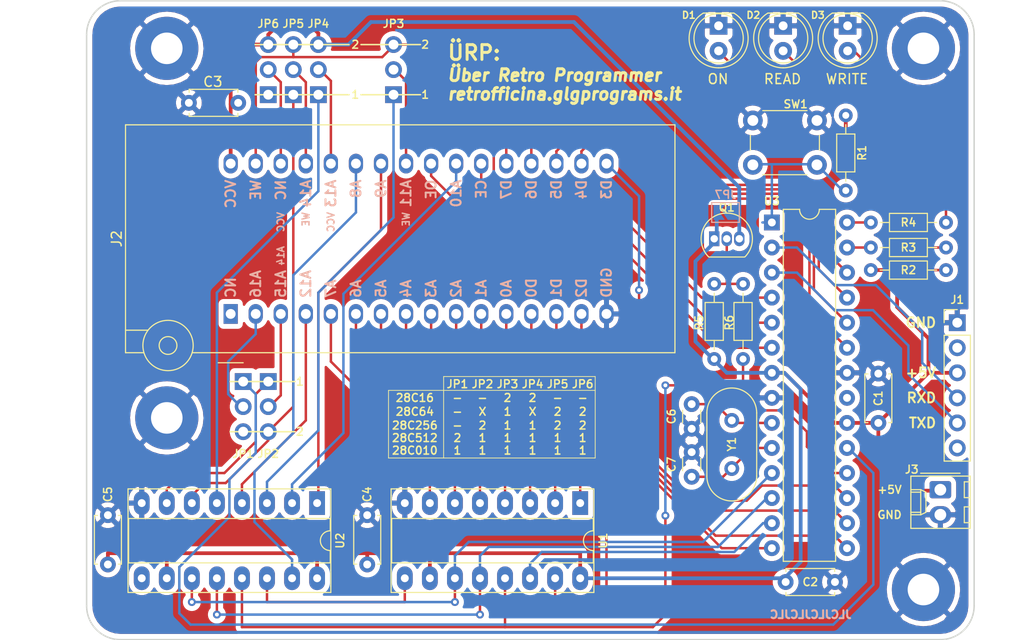
<source format=kicad_pcb>
(kicad_pcb (version 20171130) (host pcbnew 5.1.9)
  (layers (0 F.Cu signal) (31 B.Cu signal) (34 B.Paste user) (35 F.Paste user) (36 B.SilkS user) (37 F.SilkS user) (38 B.Mask user) (39 F.Mask user) (44 Edge.Cuts user))
  (net 0 "")
  (net 1 +5V)
  (net 2 GND)
  (net 3 /a0)
  (net 4 /a7)
  (net 5 /a6)
  (net 6 /a5)
  (net 7 /a4)
  (net 8 /a3)
  (net 9 /a2)
  (net 10 /a1)
  (net 11 /a8)
  (net 12 /a15)
  (net 13 /a14)
  (net 14 /a13)
  (net 15 /a12)
  (net 16 /a11)
  (net 17 /a10)
  (net 18 /a9)
  (net 19 /~OE)
  (net 20 /~CE)
  (net 21 /d7)
  (net 22 /d6)
  (net 23 /d5)
  (net 24 /d4)
  (net 25 /d3)
  (net 26 /d2)
  (net 27 /d1)
  (net 28 /d0)
  (net 29 /~RESET)
  (net 30 /TXD)
  (net 31 /RXD)
  (net 32 /SET)
  (net 33 /LATCH)
  (net 34 /SHIFT)
  (net 35 /a13')
  (net 36 /a14')
  (net 37 /a16')
  (net 38 /a16)
  (net 39 /a15')
  (net 40 /XTAL1)
  (net 41 /XTAL2)
  (net 42 /~WE)
  (net 43 /PowerControl)
  (net 44 "Net-(JP1-Pad3)")
  (net 45 /a11')
  (net 46 /NC')
  (net 47 "Net-(JP6-Pad1)")
  (net 48 "Net-(U1-Pad9)")
  (net 49 "Net-(U2-Pad9)")
  (net 50 "Net-(U3-Pad21)")
  (net 51 /LEDA)
  (net 52 /LEDB)
  (net 53 "Net-(D1-Pad2)")
  (net 54 "Net-(D2-Pad2)")
  (net 55 "Net-(D3-Pad2)")
  (net 56 "Net-(J1-Pad6)")
  (net 57 "Net-(J1-Pad2)")
  (net 58 "Net-(J2-Pad1)")
  (net 59 /VCC)
  (net 60 "Net-(Q1-Pad2)")
  (module Connector_Molex:Molex_KK-254_AE-6410-02A_1x02_P2.54mm_Vertical (layer F.Cu) (at 141.55 129.8 270)
    (fp_text reference J3 (at -2.05 2.9 180) (layer F.SilkS) (effects (font (size 0.8 0.8))))
    (fp_text value Conn_01x02_Male)
    (fp_text user +5V (at 0 5.15) (layer F.SilkS) (effects (font (size 0.8 0.8))))
    (fp_text user GND (at 2.55 5.15) (layer F.SilkS) (effects (font (size 0.8 0.8))))
    (pad 2 thru_hole oval (at 2.54 0 270) (size 1.74 2.19) (drill 1.19) (layers *.Cu *.Mask) (net 2 GND))
    (pad 1 thru_hole roundrect (at 0 0 270) (size 1.74 2.19) (drill 1.19) (layers *.Cu *.Mask) (roundrect_rratio 0.143678) (net 1 +5V))
  )
  (module Resistor_THT:R_Axial_DIN0204_L3.6mm_D1.6mm_P7.62mm_Horizontal (layer F.Cu) (at 121.548 116.552 90)
    (fp_text reference R6 (at 3.683 -1.397 90) (layer F.SilkS) (effects (font (size 0.8 0.8))))
    (fp_text value R)
    (pad 2 thru_hole oval (at 7.62 0 90) (size 1.4 1.4) (drill 0.7) (layers *.Cu *.Mask) (net 60 "Net-(Q1-Pad2)"))
    (pad 1 thru_hole circle (at 0 0 90) (size 1.4 1.4) (drill 0.7) (layers *.Cu *.Mask) (net 43 /PowerControl))
  )
  (module Resistor_THT:R_Axial_DIN0204_L3.6mm_D1.6mm_P7.62mm_Horizontal (layer F.Cu) (at 118.627 108.932 270)
    (fp_text reference R5 (at 3.937 1.524 90) (layer F.SilkS) (effects (font (size 0.8 0.8))))
    (fp_text value R)
    (pad 2 thru_hole oval (at 7.62 0 270) (size 1.4 1.4) (drill 0.7) (layers *.Cu *.Mask) (net 1 +5V))
    (pad 1 thru_hole circle (at 0 0 270) (size 1.4 1.4) (drill 0.7) (layers *.Cu *.Mask) (net 60 "Net-(Q1-Pad2)"))
  )
  (module Package_TO_SOT_THT:TO-92_Inline (layer F.Cu) (at 118.627 104.36)
    (fp_text reference Q1 (at 1.27 -3.175) (layer F.SilkS) (effects (font (size 0.8 0.8))))
    (fp_text value Q_PMOS_SGD)
    (pad 1 thru_hole rect (at 0 0) (size 1.05 1.5) (drill 0.75) (layers *.Cu *.Mask) (net 1 +5V))
    (pad 3 thru_hole oval (at 2.54 0) (size 1.05 1.5) (drill 0.75) (layers *.Cu *.Mask) (net 59 /VCC))
    (pad 2 thru_hole oval (at 1.27 0) (size 1.05 1.5) (drill 0.75) (layers *.Cu *.Mask) (net 60 "Net-(Q1-Pad2)"))
  )
  (module Jumper:SolderJumper-2_P1.3mm_Open_TrianglePad1.0x1.5mm (layer B.Cu) (at 119.77 101.693 180)
    (fp_text reference JP7 (at 0 1.8) (layer B.SilkS) (effects (font (size 0.8 0.8)) (justify mirror)))
    (fp_text value Jumper)
    (pad 1 smd custom (at -0.725 0 180) (size 0.3 0.3) (layers B.Cu B.Mask) (net 59 /VCC) (options (clearance outline) (anchor rect)) (primitives (gr_poly (pts (xy -0.5 0.75) (xy 0.5 0.75) (xy 1 0) (xy 0.5 -0.75) (xy -0.5 -0.75)) (width 0))))
    (pad 2 smd custom (at 0.725 0 180) (size 0.3 0.3) (layers B.Cu B.Mask) (net 1 +5V) (options (clearance outline) (anchor rect)) (primitives (gr_poly (pts (xy -0.65 0.75) (xy 0.5 0.75) (xy 0.5 -0.75) (xy -0.65 -0.75) (xy -0.15 0)) (width 0))))
  )
  (module Capacitor_THT:C_Disc_D4.7mm_W2.5mm_P5.00mm (layer F.Cu) (at 70.367 90.5805 180)
    (fp_text reference C3 (at 2.567 2.1305) (layer F.SilkS))
    (fp_text value 100n)
    (pad 2 thru_hole circle (at 5 0 180) (size 1.6 1.6) (drill 0.8) (layers *.Cu *.Mask) (net 2 GND))
    (pad 1 thru_hole circle (at 0 0 180) (size 1.6 1.6) (drill 0.8) (layers *.Cu *.Mask) (net 59 /VCC))
  )
  (module Resistor_THT:R_Axial_DIN0204_L3.6mm_D1.6mm_P7.62mm_Horizontal (layer F.Cu) (at 142.122 107.535 180)
    (fp_text reference R2 (at 3.81 0) (layer F.SilkS) (effects (font (size 0.8 0.8))))
    (fp_text value R)
    (pad 2 thru_hole oval (at 7.62 0 180) (size 1.4 1.4) (drill 0.7) (layers *.Cu *.Mask) (net 1 +5V))
    (pad 1 thru_hole circle (at 0 0 180) (size 1.4 1.4) (drill 0.7) (layers *.Cu *.Mask) (net 53 "Net-(D1-Pad2)"))
  )
  (module LED_THT:LED_D5.0mm (layer F.Cu) (at 119.0715 82.77 270)
    (fp_text reference D1 (at -1.0795 3.025 180) (layer F.SilkS) (effects (font (size 0.7 0.7))))
    (fp_text value LED)
    (pad 2 thru_hole circle (at 2.54 0 270) (size 1.8 1.8) (drill 0.9) (layers *.Cu *.Mask) (net 53 "Net-(D1-Pad2)"))
    (pad 1 thru_hole rect (at 0 0 270) (size 1.8 1.8) (drill 0.9) (layers *.Cu *.Mask) (net 2 GND))
  )
  (module Resistor_THT:R_Axial_DIN0204_L3.6mm_D1.6mm_P7.62mm_Horizontal (layer F.Cu) (at 142.122 102.709 180)
    (fp_text reference R4 (at 3.81 0) (layer F.SilkS) (effects (font (size 0.8 0.8))))
    (fp_text value R)
    (pad 2 thru_hole oval (at 7.62 0 180) (size 1.4 1.4) (drill 0.7) (layers *.Cu *.Mask) (net 52 /LEDB))
    (pad 1 thru_hole circle (at 0 0 180) (size 1.4 1.4) (drill 0.7) (layers *.Cu *.Mask) (net 55 "Net-(D3-Pad2)"))
  )
  (module Resistor_THT:R_Axial_DIN0204_L3.6mm_D1.6mm_P7.62mm_Horizontal (layer F.Cu) (at 142.122 105.249 180)
    (fp_text reference R3 (at 3.81 0) (layer F.SilkS) (effects (font (size 0.8 0.8))))
    (fp_text value R)
    (pad 2 thru_hole oval (at 7.62 0 180) (size 1.4 1.4) (drill 0.7) (layers *.Cu *.Mask) (net 51 /LEDA))
    (pad 1 thru_hole circle (at 0 0 180) (size 1.4 1.4) (drill 0.7) (layers *.Cu *.Mask) (net 54 "Net-(D2-Pad2)"))
  )
  (module LED_THT:LED_D5.0mm (layer F.Cu) (at 132.1525 82.77 270)
    (fp_text reference D3 (at -1.0795 3.025 180) (layer F.SilkS) (effects (font (size 0.7 0.7))))
    (fp_text value LED)
    (pad 2 thru_hole circle (at 2.54 0 270) (size 1.8 1.8) (drill 0.9) (layers *.Cu *.Mask) (net 55 "Net-(D3-Pad2)"))
    (pad 1 thru_hole rect (at 0 0 270) (size 1.8 1.8) (drill 0.9) (layers *.Cu *.Mask) (net 2 GND))
  )
  (module LED_THT:LED_D5.0mm (layer F.Cu) (at 125.612 82.77 270)
    (fp_text reference D2 (at -1.0795 3.025 180) (layer F.SilkS) (effects (font (size 0.7 0.7))))
    (fp_text value LED)
    (pad 2 thru_hole circle (at 2.54 0 270) (size 1.8 1.8) (drill 0.9) (layers *.Cu *.Mask) (net 54 "Net-(D2-Pad2)"))
    (pad 1 thru_hole rect (at 0 0 270) (size 1.8 1.8) (drill 0.9) (layers *.Cu *.Mask) (net 2 GND))
  )
  (module BarePinStrip:PinHeader_1x03_P2.54mm_Vertical (layer F.Cu) (at 73.415 89.755 180)
    (fp_text reference JP6 (at 0 7.195) (layer F.SilkS) (effects (font (size 0.8 0.8))))
    (fp_text value SolderJumper_3_Bridged12)
    (pad 3 thru_hole oval (at 0 5.08 180) (size 1.7 1.7) (drill 1) (layers *.Cu *.Mask) (net 59 /VCC))
    (pad 2 thru_hole oval (at 0 2.54 180) (size 1.7 1.7) (drill 1) (layers *.Cu *.Mask) (net 46 /NC'))
    (pad 1 thru_hole rect (at 0 0 180) (size 1.7 1.7) (drill 1) (layers *.Cu *.Mask) (net 47 "Net-(JP6-Pad1)"))
  )
  (module BarePinStrip:PinHeader_1x03_P2.54mm_Vertical (layer F.Cu) (at 75.955 89.755 180)
    (fp_text reference JP5 (at 0 7.195) (layer F.SilkS) (effects (font (size 0.8 0.8))))
    (fp_text value SolderJumper_3_Bridged12)
    (pad 3 thru_hole oval (at 0 5.08 180) (size 1.7 1.7) (drill 1) (layers *.Cu *.Mask) (net 42 /~WE))
    (pad 2 thru_hole oval (at 0 2.54 180) (size 1.7 1.7) (drill 1) (layers *.Cu *.Mask) (net 36 /a14'))
    (pad 1 thru_hole rect (at 0 0 180) (size 1.7 1.7) (drill 1) (layers *.Cu *.Mask) (net 13 /a14))
  )
  (module BarePinStrip:PinHeader_1x03_P2.54mm_Vertical (layer F.Cu) (at 78.495 89.755 180)
    (fp_text reference JP4 (at 0 7.195) (layer F.SilkS) (effects (font (size 0.8 0.8))))
    (fp_text value SolderJumper_3_Bridged12)
    (pad 3 thru_hole oval (at 0 5.08 180) (size 1.7 1.7) (drill 1) (layers *.Cu *.Mask) (net 59 /VCC))
    (pad 2 thru_hole oval (at 0 2.54 180) (size 1.7 1.7) (drill 1) (layers *.Cu *.Mask) (net 35 /a13'))
    (pad 1 thru_hole rect (at 0 0 180) (size 1.7 1.7) (drill 1) (layers *.Cu *.Mask) (net 14 /a13))
  )
  (module BarePinStrip:PinHeader_1x03_P2.54mm_Vertical (layer F.Cu) (at 86.115 89.755 180)
    (fp_text reference JP3 (at 0 7.195) (layer F.SilkS) (effects (font (size 0.8 0.8))))
    (fp_text value SolderJumper_3_Bridged12)
    (pad 3 thru_hole oval (at 0 5.08 180) (size 1.7 1.7) (drill 1) (layers *.Cu *.Mask) (net 42 /~WE))
    (pad 2 thru_hole oval (at 0 2.54 180) (size 1.7 1.7) (drill 1) (layers *.Cu *.Mask) (net 45 /a11'))
    (pad 1 thru_hole rect (at 0 0 180) (size 1.7 1.7) (drill 1) (layers *.Cu *.Mask) (net 16 /a11))
  )
  (module BarePinStrip:PinHeader_1x03_P2.54mm_Vertical (layer F.Cu) (at 73.415 118.838)
    (fp_text reference JP2 (at 0 7.322) (layer F.SilkS) (effects (font (size 0.8 0.8))))
    (fp_text value SolderJumper_3_Bridged12)
    (pad 3 thru_hole oval (at 0 5.08) (size 1.7 1.7) (drill 1) (layers *.Cu *.Mask) (net 13 /a14))
    (pad 2 thru_hole oval (at 0 2.54) (size 1.7 1.7) (drill 1) (layers *.Cu *.Mask) (net 39 /a15'))
    (pad 1 thru_hole rect (at 0 0) (size 1.7 1.7) (drill 1) (layers *.Cu *.Mask) (net 12 /a15))
  )
  (module BarePinStrip:PinHeader_1x03_P2.54mm_Vertical (layer F.Cu) (at 70.875 118.838)
    (fp_text reference JP1 (at 0 7.322) (layer F.SilkS) (effects (font (size 0.8 0.8))))
    (fp_text value SolderJumper_3_Bridged12)
    (pad 3 thru_hole oval (at 0 5.08) (size 1.7 1.7) (drill 1) (layers *.Cu *.Mask) (net 44 "Net-(JP1-Pad3)"))
    (pad 2 thru_hole oval (at 0 2.54) (size 1.7 1.7) (drill 1) (layers *.Cu *.Mask) (net 37 /a16'))
    (pad 1 thru_hole rect (at 0 0) (size 1.7 1.7) (drill 1) (layers *.Cu *.Mask) (net 38 /a16))
  )
  (module Socket:DIP_Socket-32_W11.9_W12.7_W15.24_W17.78_W18.5_3M_232-1285-00-0602J (layer F.Cu) (at 69.605 111.98 90)
    (fp_text reference J2 (at 7.62 -11.56 90) (layer F.SilkS))
    (fp_text value Conn_02x16_Counter_Clockwise)
    (pad 17 thru_hole oval (at 15.24 38.1 90) (size 2 1.44) (drill 1) (layers *.Cu *.Mask) (net 25 /d3))
    (pad 16 thru_hole oval (at 0 38.1 90) (size 2 1.44) (drill 1) (layers *.Cu *.Mask) (net 2 GND))
    (pad 18 thru_hole oval (at 15.24 35.56 90) (size 2 1.44) (drill 1) (layers *.Cu *.Mask) (net 24 /d4))
    (pad 15 thru_hole oval (at 0 35.56 90) (size 2 1.44) (drill 1) (layers *.Cu *.Mask) (net 26 /d2))
    (pad 19 thru_hole oval (at 15.24 33.02 90) (size 2 1.44) (drill 1) (layers *.Cu *.Mask) (net 23 /d5))
    (pad 14 thru_hole oval (at 0 33.02 90) (size 2 1.44) (drill 1) (layers *.Cu *.Mask) (net 27 /d1))
    (pad 20 thru_hole oval (at 15.24 30.48 90) (size 2 1.44) (drill 1) (layers *.Cu *.Mask) (net 22 /d6))
    (pad 13 thru_hole oval (at 0 30.48 90) (size 2 1.44) (drill 1) (layers *.Cu *.Mask) (net 28 /d0))
    (pad 21 thru_hole oval (at 15.24 27.94 90) (size 2 1.44) (drill 1) (layers *.Cu *.Mask) (net 21 /d7))
    (pad 12 thru_hole oval (at 0 27.94 90) (size 2 1.44) (drill 1) (layers *.Cu *.Mask) (net 3 /a0))
    (pad 22 thru_hole oval (at 15.24 25.4 90) (size 2 1.44) (drill 1) (layers *.Cu *.Mask) (net 20 /~CE))
    (pad 11 thru_hole oval (at 0 25.4 90) (size 2 1.44) (drill 1) (layers *.Cu *.Mask) (net 10 /a1))
    (pad 23 thru_hole oval (at 15.24 22.86 90) (size 2 1.44) (drill 1) (layers *.Cu *.Mask) (net 17 /a10))
    (pad 10 thru_hole oval (at 0 22.86 90) (size 2 1.44) (drill 1) (layers *.Cu *.Mask) (net 9 /a2))
    (pad 24 thru_hole oval (at 15.24 20.32 90) (size 2 1.44) (drill 1) (layers *.Cu *.Mask) (net 19 /~OE))
    (pad 9 thru_hole oval (at 0 20.32 90) (size 2 1.44) (drill 1) (layers *.Cu *.Mask) (net 8 /a3))
    (pad 25 thru_hole oval (at 15.24 17.78 90) (size 2 1.44) (drill 1) (layers *.Cu *.Mask) (net 45 /a11'))
    (pad 8 thru_hole oval (at 0 17.78 90) (size 2 1.44) (drill 1) (layers *.Cu *.Mask) (net 7 /a4))
    (pad 26 thru_hole oval (at 15.24 15.24 90) (size 2 1.44) (drill 1) (layers *.Cu *.Mask) (net 18 /a9))
    (pad 7 thru_hole oval (at 0 15.24 90) (size 2 1.44) (drill 1) (layers *.Cu *.Mask) (net 6 /a5))
    (pad 27 thru_hole oval (at 15.24 12.7 90) (size 2 1.44) (drill 1) (layers *.Cu *.Mask) (net 11 /a8))
    (pad 6 thru_hole oval (at 0 12.7 90) (size 2 1.44) (drill 1) (layers *.Cu *.Mask) (net 5 /a6))
    (pad 28 thru_hole oval (at 15.24 10.16 90) (size 2 1.44) (drill 1) (layers *.Cu *.Mask) (net 35 /a13'))
    (pad 5 thru_hole oval (at 0 10.16 90) (size 2 1.44) (drill 1) (layers *.Cu *.Mask) (net 4 /a7))
    (pad 29 thru_hole oval (at 15.24 7.62 90) (size 2 1.44) (drill 1) (layers *.Cu *.Mask) (net 36 /a14'))
    (pad 4 thru_hole oval (at 0 7.62 90) (size 2 1.44) (drill 1) (layers *.Cu *.Mask) (net 15 /a12))
    (pad 30 thru_hole oval (at 15.24 5.08 90) (size 2 1.44) (drill 1) (layers *.Cu *.Mask) (net 46 /NC'))
    (pad 3 thru_hole oval (at 0 5.08 90) (size 2 1.44) (drill 1) (layers *.Cu *.Mask) (net 39 /a15'))
    (pad 31 thru_hole oval (at 15.24 2.54 90) (size 2 1.44) (drill 1) (layers *.Cu *.Mask) (net 42 /~WE))
    (pad 2 thru_hole oval (at 0 2.54 90) (size 2 1.44) (drill 1) (layers *.Cu *.Mask) (net 37 /a16'))
    (pad 32 thru_hole oval (at 15.24 0 90) (size 2 1.44) (drill 1) (layers *.Cu *.Mask) (net 59 /VCC))
    (pad 1 thru_hole rect (at 0 0 90) (size 2 1.44) (drill 1) (layers *.Cu *.Mask) (net 58 "Net-(J2-Pad1)"))
  )
  (module Resistor_THT:R_Axial_DIN0204_L3.6mm_D1.6mm_P7.62mm_Horizontal (layer F.Cu) (at 131.962 99.4705 90)
    (fp_text reference R1 (at 3.81 1.651 90) (layer F.SilkS) (effects (font (size 0.8 0.8))))
    (fp_text value 10k)
    (pad 2 thru_hole oval (at 7.62 0 90) (size 1.4 1.4) (drill 0.7) (layers *.Cu *.Mask) (net 1 +5V))
    (pad 1 thru_hole circle (at 0 0 90) (size 1.4 1.4) (drill 0.7) (layers *.Cu *.Mask) (net 29 /~RESET))
  )
  (module Crystal:Crystal_HC49-4H_Vertical (layer F.Cu) (at 120.405 122.775 270)
    (fp_text reference Y1 (at 2.413 0 90) (layer F.SilkS) (effects (font (size 0.8 0.8))))
    (fp_text value Crystal)
    (pad 2 thru_hole circle (at 4.88 0 270) (size 1.5 1.5) (drill 0.8) (layers *.Cu *.Mask) (net 41 /XTAL2))
    (pad 1 thru_hole circle (at 0 0 270) (size 1.5 1.5) (drill 0.8) (layers *.Cu *.Mask) (net 40 /XTAL1))
  )
  (module Capacitor_THT:C_Disc_D3.0mm_W1.6mm_P2.50mm (layer F.Cu) (at 116.341 128.49 90)
    (fp_text reference C7 (at 1.25 -2.05 90) (layer F.SilkS) (effects (font (size 0.8 0.8))))
    (fp_text value C)
    (pad 2 thru_hole circle (at 2.5 0 90) (size 1.6 1.6) (drill 0.8) (layers *.Cu *.Mask) (net 2 GND))
    (pad 1 thru_hole circle (at 0 0 90) (size 1.6 1.6) (drill 0.8) (layers *.Cu *.Mask) (net 41 /XTAL2))
  )
  (module Capacitor_THT:C_Disc_D3.0mm_W1.6mm_P2.50mm (layer F.Cu) (at 116.341 121.124 270)
    (fp_text reference C6 (at 1.25 2.05 90) (layer F.SilkS) (effects (font (size 0.8 0.8))))
    (fp_text value C)
    (pad 2 thru_hole circle (at 2.5 0 270) (size 1.6 1.6) (drill 0.8) (layers *.Cu *.Mask) (net 2 GND))
    (pad 1 thru_hole circle (at 0 0 270) (size 1.6 1.6) (drill 0.8) (layers *.Cu *.Mask) (net 40 /XTAL1))
  )
  (module Capacitor_THT:C_Disc_D4.7mm_W2.5mm_P5.00mm (layer F.Cu) (at 83.448 137.38 90)
    (fp_text reference C4 (at 7.112 0 90) (layer F.SilkS) (effects (font (size 0.8 0.8))))
    (fp_text value 100n)
    (pad 2 thru_hole circle (at 5 0 90) (size 1.6 1.6) (drill 0.8) (layers *.Cu *.Mask) (net 2 GND))
    (pad 1 thru_hole circle (at 0 0 90) (size 1.6 1.6) (drill 0.8) (layers *.Cu *.Mask) (net 1 +5V))
  )
  (module Capacitor_THT:C_Disc_D4.7mm_W2.5mm_P5.00mm (layer F.Cu) (at 125.866 139.158)
    (fp_text reference C2 (at 2.5 0) (layer F.SilkS) (effects (font (size 0.8 0.8))))
    (fp_text value 100n)
    (pad 2 thru_hole circle (at 5 0) (size 1.6 1.6) (drill 0.8) (layers *.Cu *.Mask) (net 2 GND))
    (pad 1 thru_hole circle (at 0 0) (size 1.6 1.6) (drill 0.8) (layers *.Cu *.Mask) (net 1 +5V))
  )
  (module Capacitor_THT:C_Disc_D4.7mm_W2.5mm_P5.00mm (layer F.Cu) (at 57.159 137.38 90)
    (fp_text reference C5 (at 7.112 0 90) (layer F.SilkS) (effects (font (size 0.8 0.8))))
    (fp_text value 100n)
    (pad 2 thru_hole circle (at 5 0 90) (size 1.6 1.6) (drill 0.8) (layers *.Cu *.Mask) (net 2 GND))
    (pad 1 thru_hole circle (at 0 0 90) (size 1.6 1.6) (drill 0.8) (layers *.Cu *.Mask) (net 1 +5V))
  )
  (module Capacitor_THT:C_Disc_D4.7mm_W2.5mm_P5.00mm (layer F.Cu) (at 135.264 123.029 90)
    (fp_text reference C1 (at 2.5 0 90) (layer F.SilkS) (effects (font (size 0.8 0.8))))
    (fp_text value 100n)
    (pad 2 thru_hole circle (at 5 0 90) (size 1.6 1.6) (drill 0.8) (layers *.Cu *.Mask) (net 2 GND))
    (pad 1 thru_hole circle (at 0 0 90) (size 1.6 1.6) (drill 0.8) (layers *.Cu *.Mask) (net 1 +5V))
  )
  (module Connector_PinHeader_2.54mm:PinHeader_1x06_P2.54mm_Vertical (layer F.Cu) (at 143.265 112.869)
    (fp_text reference J1 (at 0 -2.33) (layer F.SilkS) (effects (font (size 0.8 0.8))))
    (fp_text value Conn_01x06_Male)
    (pad 6 thru_hole oval (at 0 12.7) (size 1.7 1.7) (drill 1) (layers *.Cu *.Mask) (net 56 "Net-(J1-Pad6)"))
    (pad 5 thru_hole oval (at 0 10.16) (size 1.7 1.7) (drill 1) (layers *.Cu *.Mask) (net 30 /TXD))
    (pad 4 thru_hole oval (at 0 7.62) (size 1.7 1.7) (drill 1) (layers *.Cu *.Mask) (net 31 /RXD))
    (pad 3 thru_hole oval (at 0 5.08) (size 1.7 1.7) (drill 1) (layers *.Cu *.Mask) (net 1 +5V))
    (pad 2 thru_hole oval (at 0 2.54) (size 1.7 1.7) (drill 1) (layers *.Cu *.Mask) (net 57 "Net-(J1-Pad2)"))
    (pad 1 thru_hole rect (at 0 0) (size 1.7 1.7) (drill 1) (layers *.Cu *.Mask) (net 2 GND))
  )
  (module Button_Switch_THT:SW_PUSH_6mm_H4.3mm (layer F.Cu) (at 129.041 96.867 180)
    (fp_text reference SW1 (at 2.159 6.151) (layer F.SilkS) (effects (font (size 0.8 0.8))))
    (fp_text value SW_SPST)
    (pad 1 thru_hole circle (at 6.5 0 270) (size 2 2) (drill 1.1) (layers *.Cu *.Mask) (net 29 /~RESET))
    (pad 2 thru_hole circle (at 6.5 4.5 270) (size 2 2) (drill 1.1) (layers *.Cu *.Mask) (net 2 GND))
    (pad 1 thru_hole circle (at 0 0 270) (size 2 2) (drill 1.1) (layers *.Cu *.Mask) (net 29 /~RESET))
    (pad 2 thru_hole circle (at 0 4.5 270) (size 2 2) (drill 1.1) (layers *.Cu *.Mask) (net 2 GND))
  )
  (module MountingHole:MountingHole_3.2mm_M3_Pad (layer F.Cu) (at 139.836 85.056)
    (fp_text reference H4 hide)
    (fp_text value MountingHole_Pad)
    (pad 1 thru_hole circle (at 0 0) (size 6.4 6.4) (drill 3.2) (layers *.Cu *.Mask) (net 2 GND))
  )
  (module MountingHole:MountingHole_3.2mm_M3_Pad (layer F.Cu) (at 63.128 122.521)
    (fp_text reference H3 hide)
    (fp_text value MountingHole_Pad)
    (pad 1 thru_hole circle (at 0 0) (size 6.4 6.4) (drill 3.2) (layers *.Cu *.Mask) (net 2 GND))
  )
  (module MountingHole:MountingHole_3.2mm_M3_Pad (layer F.Cu) (at 63.128 85.056)
    (fp_text reference H2 hide)
    (fp_text value MountingHole_Pad)
    (pad 1 thru_hole circle (at 0 0) (size 6.4 6.4) (drill 3.2) (layers *.Cu *.Mask) (net 2 GND))
  )
  (module MountingHole:MountingHole_3.2mm_M3_Pad (layer F.Cu) (at 139.836 139.92)
    (fp_text reference H1 hide)
    (fp_text value MountingHole_Pad)
    (pad 1 thru_hole circle (at 0 0) (size 6.4 6.4) (drill 3.2) (layers *.Cu *.Mask) (net 2 GND))
  )
  (module Package_DIP:DIP-16_W7.62mm_Socket_LongPads (layer F.Cu) (at 78.368 131.157 270)
    (fp_text reference U2 (at 3.81 -2.33 90) (layer F.SilkS) (effects (font (size 0.8 0.8))))
    (fp_text value 74HC595)
    (pad 16 thru_hole oval (at 7.62 0 270) (size 2.4 1.6) (drill 0.8) (layers *.Cu *.Mask) (net 1 +5V))
    (pad 8 thru_hole oval (at 0 17.78 270) (size 2.4 1.6) (drill 0.8) (layers *.Cu *.Mask) (net 2 GND))
    (pad 15 thru_hole oval (at 7.62 2.54 270) (size 2.4 1.6) (drill 0.8) (layers *.Cu *.Mask) (net 11 /a8))
    (pad 7 thru_hole oval (at 0 15.24 270) (size 2.4 1.6) (drill 0.8) (layers *.Cu *.Mask) (net 12 /a15))
    (pad 14 thru_hole oval (at 7.62 5.08 270) (size 2.4 1.6) (drill 0.8) (layers *.Cu *.Mask) (net 48 "Net-(U1-Pad9)"))
    (pad 6 thru_hole oval (at 0 12.7 270) (size 2.4 1.6) (drill 0.8) (layers *.Cu *.Mask) (net 13 /a14))
    (pad 13 thru_hole oval (at 7.62 7.62 270) (size 2.4 1.6) (drill 0.8) (layers *.Cu *.Mask) (net 43 /PowerControl))
    (pad 5 thru_hole oval (at 0 10.16 270) (size 2.4 1.6) (drill 0.8) (layers *.Cu *.Mask) (net 14 /a13))
    (pad 12 thru_hole oval (at 7.62 10.16 270) (size 2.4 1.6) (drill 0.8) (layers *.Cu *.Mask) (net 33 /LATCH))
    (pad 4 thru_hole oval (at 0 7.62 270) (size 2.4 1.6) (drill 0.8) (layers *.Cu *.Mask) (net 15 /a12))
    (pad 11 thru_hole oval (at 7.62 12.7 270) (size 2.4 1.6) (drill 0.8) (layers *.Cu *.Mask) (net 34 /SHIFT))
    (pad 3 thru_hole oval (at 0 5.08 270) (size 2.4 1.6) (drill 0.8) (layers *.Cu *.Mask) (net 16 /a11))
    (pad 10 thru_hole oval (at 7.62 15.24 270) (size 2.4 1.6) (drill 0.8) (layers *.Cu *.Mask) (net 1 +5V))
    (pad 2 thru_hole oval (at 0 2.54 270) (size 2.4 1.6) (drill 0.8) (layers *.Cu *.Mask) (net 17 /a10))
    (pad 9 thru_hole oval (at 7.62 17.78 270) (size 2.4 1.6) (drill 0.8) (layers *.Cu *.Mask) (net 49 "Net-(U2-Pad9)"))
    (pad 1 thru_hole rect (at 0 0 270) (size 2.4 1.6) (drill 0.8) (layers *.Cu *.Mask) (net 18 /a9))
  )
  (module Package_DIP:DIP-16_W7.62mm_Socket_LongPads (layer F.Cu) (at 105.038 131.157 270)
    (fp_text reference U1 (at 3.81 -2.33 90) (layer F.SilkS) (effects (font (size 0.8 0.8))))
    (fp_text value 74HC595)
    (pad 16 thru_hole oval (at 7.62 0 270) (size 2.4 1.6) (drill 0.8) (layers *.Cu *.Mask) (net 1 +5V))
    (pad 8 thru_hole oval (at 0 17.78 270) (size 2.4 1.6) (drill 0.8) (layers *.Cu *.Mask) (net 2 GND))
    (pad 15 thru_hole oval (at 7.62 2.54 270) (size 2.4 1.6) (drill 0.8) (layers *.Cu *.Mask) (net 3 /a0))
    (pad 7 thru_hole oval (at 0 15.24 270) (size 2.4 1.6) (drill 0.8) (layers *.Cu *.Mask) (net 4 /a7))
    (pad 14 thru_hole oval (at 7.62 5.08 270) (size 2.4 1.6) (drill 0.8) (layers *.Cu *.Mask) (net 32 /SET))
    (pad 6 thru_hole oval (at 0 12.7 270) (size 2.4 1.6) (drill 0.8) (layers *.Cu *.Mask) (net 5 /a6))
    (pad 13 thru_hole oval (at 7.62 7.62 270) (size 2.4 1.6) (drill 0.8) (layers *.Cu *.Mask) (net 43 /PowerControl))
    (pad 5 thru_hole oval (at 0 10.16 270) (size 2.4 1.6) (drill 0.8) (layers *.Cu *.Mask) (net 6 /a5))
    (pad 12 thru_hole oval (at 7.62 10.16 270) (size 2.4 1.6) (drill 0.8) (layers *.Cu *.Mask) (net 33 /LATCH))
    (pad 4 thru_hole oval (at 0 7.62 270) (size 2.4 1.6) (drill 0.8) (layers *.Cu *.Mask) (net 7 /a4))
    (pad 11 thru_hole oval (at 7.62 12.7 270) (size 2.4 1.6) (drill 0.8) (layers *.Cu *.Mask) (net 34 /SHIFT))
    (pad 3 thru_hole oval (at 0 5.08 270) (size 2.4 1.6) (drill 0.8) (layers *.Cu *.Mask) (net 8 /a3))
    (pad 10 thru_hole oval (at 7.62 15.24 270) (size 2.4 1.6) (drill 0.8) (layers *.Cu *.Mask) (net 1 +5V))
    (pad 2 thru_hole oval (at 0 2.54 270) (size 2.4 1.6) (drill 0.8) (layers *.Cu *.Mask) (net 9 /a2))
    (pad 9 thru_hole oval (at 7.62 17.78 270) (size 2.4 1.6) (drill 0.8) (layers *.Cu *.Mask) (net 48 "Net-(U1-Pad9)"))
    (pad 1 thru_hole rect (at 0 0 270) (size 2.4 1.6) (drill 0.8) (layers *.Cu *.Mask) (net 10 /a1))
  )
  (module Package_DIP:DIP-28_W7.62mm (layer F.Cu) (at 124.469 102.709)
    (fp_text reference U3 (at 0 -2.159) (layer F.SilkS) (effects (font (size 0.8 0.8))))
    (fp_text value ATmega328-PU)
    (pad 1 thru_hole rect (at 0 0) (size 1.6 1.6) (drill 0.8) (layers *.Cu *.Mask) (net 29 /~RESET))
    (pad 15 thru_hole oval (at 7.62 33.02) (size 1.6 1.6) (drill 0.8) (layers *.Cu *.Mask) (net 27 /d1))
    (pad 2 thru_hole oval (at 0 2.54) (size 1.6 1.6) (drill 0.8) (layers *.Cu *.Mask) (net 31 /RXD))
    (pad 16 thru_hole oval (at 7.62 30.48) (size 1.6 1.6) (drill 0.8) (layers *.Cu *.Mask) (net 26 /d2))
    (pad 3 thru_hole oval (at 0 5.08) (size 1.6 1.6) (drill 0.8) (layers *.Cu *.Mask) (net 30 /TXD))
    (pad 17 thru_hole oval (at 7.62 27.94) (size 1.6 1.6) (drill 0.8) (layers *.Cu *.Mask) (net 25 /d3))
    (pad 4 thru_hole oval (at 0 7.62) (size 1.6 1.6) (drill 0.8) (layers *.Cu *.Mask) (net 42 /~WE))
    (pad 18 thru_hole oval (at 7.62 25.4) (size 1.6 1.6) (drill 0.8) (layers *.Cu *.Mask) (net 43 /PowerControl))
    (pad 5 thru_hole oval (at 0 10.16) (size 1.6 1.6) (drill 0.8) (layers *.Cu *.Mask) (net 20 /~CE))
    (pad 19 thru_hole oval (at 7.62 22.86) (size 1.6 1.6) (drill 0.8) (layers *.Cu *.Mask) (net 38 /a16))
    (pad 6 thru_hole oval (at 0 12.7) (size 1.6 1.6) (drill 0.8) (layers *.Cu *.Mask) (net 19 /~OE))
    (pad 20 thru_hole oval (at 7.62 20.32) (size 1.6 1.6) (drill 0.8) (layers *.Cu *.Mask) (net 1 +5V))
    (pad 7 thru_hole oval (at 0 15.24) (size 1.6 1.6) (drill 0.8) (layers *.Cu *.Mask) (net 1 +5V))
    (pad 21 thru_hole oval (at 7.62 17.78) (size 1.6 1.6) (drill 0.8) (layers *.Cu *.Mask) (net 50 "Net-(U3-Pad21)"))
    (pad 8 thru_hole oval (at 0 17.78) (size 1.6 1.6) (drill 0.8) (layers *.Cu *.Mask) (net 2 GND))
    (pad 22 thru_hole oval (at 7.62 15.24) (size 1.6 1.6) (drill 0.8) (layers *.Cu *.Mask) (net 2 GND))
    (pad 9 thru_hole oval (at 0 20.32) (size 1.6 1.6) (drill 0.8) (layers *.Cu *.Mask) (net 40 /XTAL1))
    (pad 23 thru_hole oval (at 7.62 12.7) (size 1.6 1.6) (drill 0.8) (layers *.Cu *.Mask) (net 24 /d4))
    (pad 10 thru_hole oval (at 0 22.86) (size 1.6 1.6) (drill 0.8) (layers *.Cu *.Mask) (net 41 /XTAL2))
    (pad 24 thru_hole oval (at 7.62 10.16) (size 1.6 1.6) (drill 0.8) (layers *.Cu *.Mask) (net 23 /d5))
    (pad 11 thru_hole oval (at 0 25.4) (size 1.6 1.6) (drill 0.8) (layers *.Cu *.Mask) (net 34 /SHIFT))
    (pad 25 thru_hole oval (at 7.62 7.62) (size 1.6 1.6) (drill 0.8) (layers *.Cu *.Mask) (net 22 /d6))
    (pad 12 thru_hole oval (at 0 27.94) (size 1.6 1.6) (drill 0.8) (layers *.Cu *.Mask) (net 33 /LATCH))
    (pad 26 thru_hole oval (at 7.62 5.08) (size 1.6 1.6) (drill 0.8) (layers *.Cu *.Mask) (net 21 /d7))
    (pad 13 thru_hole oval (at 0 30.48) (size 1.6 1.6) (drill 0.8) (layers *.Cu *.Mask) (net 32 /SET))
    (pad 27 thru_hole oval (at 7.62 2.54) (size 1.6 1.6) (drill 0.8) (layers *.Cu *.Mask) (net 51 /LEDA))
    (pad 14 thru_hole oval (at 0 33.02) (size 1.6 1.6) (drill 0.8) (layers *.Cu *.Mask) (net 28 /d0))
    (pad 28 thru_hole oval (at 7.62 0) (size 1.6 1.6) (drill 0.8) (layers *.Cu *.Mask) (net 52 /LEDB))
  )
  (gr_arc (start 141.546 83.659) (end 144.975 83.659) (angle -90) (layer Edge.Cuts) (width 0.15))
  (gr_arc (start 58.429 83.659) (end 58.429 80.23) (angle -90) (layer Edge.Cuts) (width 0.15))
  (gr_arc (start 58.429 141.571) (end 55 141.571) (angle -90) (layer Edge.Cuts) (width 0.15))
  (gr_arc (start 141.546 141.571) (end 141.546 145) (angle -90) (layer Edge.Cuts) (width 0.15))
  (gr_text JLCJLCJLCJLC (at 128.406 142.46) (layer B.SilkS) (effects (font (size 0.8 0.8) (thickness 0.2)) (justify mirror)))
  (gr_text WRITE (at 132.089 88.1675) (layer F.SilkS) (effects (font (size 1 1))))
  (gr_text READ (at 125.5485 88.1675) (layer F.SilkS) (effects (font (size 1 1))))
  (gr_text ON (at 119.008 88.1675) (layer F.SilkS) (effects (font (size 1 1))))
  (gr_line (start 72.0815 84.675) (end 81.6065 84.675) (layer F.SilkS) (width 0.15))
  (gr_line (start 72.0815 89.755) (end 81.6065 89.755) (layer F.SilkS) (width 0.15))
  (gr_text 1 (at 82.2415 89.755) (layer F.SilkS) (effects (font (size 0.8 0.8))))
  (gr_text 2 (at 82.2415 84.675) (layer F.SilkS) (effects (font (size 0.8 0.8))))
  (gr_text 1 (at 88.8455 89.755) (layer F.SilkS) (effects (font (size 0.8 0.8)) (justify left)))
  (gr_line (start 82.813 89.755) (end 88.8455 89.755) (layer F.SilkS) (width 0.15))
  (gr_line (start 82.813 84.675) (end 88.8455 84.675) (layer F.SilkS) (width 0.15))
  (gr_text 2 (at 88.8455 84.675) (layer F.SilkS) (effects (font (size 0.8 0.8)) (justify left)))
  (gr_text 2 (at 76.1455 123.918) (layer F.SilkS) (effects (font (size 0.8 0.8)) (justify left)))
  (gr_text 1 (at 76.1455 118.838) (layer F.SilkS) (effects (font (size 0.8 0.8)) (justify left)))
  (gr_line (start 69.5415 118.838) (end 76.1455 118.838) (layer F.SilkS) (width 0.15))
  (gr_line (start 69.5415 123.918) (end 76.1455 123.918) (layer F.SilkS) (width 0.15))
  (gr_text "Über Retro Programmer" (at 91.449 87.7865) (layer F.SilkS) (effects (font (size 1.2 1.2) (thickness 0.3) italic) (justify left)))
  (gr_text ÜRP: (at 91.449 85.5005) (layer F.SilkS) (effects (font (size 1.5 1.5) (thickness 0.3)) (justify left)))
  (gr_line (start 85.607 126.585) (end 106.562 126.585) (layer F.SilkS) (width 0.08))
  (gr_line (start 106.562 126.585) (end 106.562 118.33) (layer F.SilkS) (width 0.08))
  (gr_line (start 85.607 119.727) (end 106.562 119.727) (layer F.SilkS) (width 0.08))
  (gr_line (start 91.195 126.585) (end 91.195 118.33) (layer F.SilkS) (width 0.08))
  (gr_line (start 85.607 126.585) (end 85.607 119.727) (layer F.SilkS) (width 0.08))
  (gr_text JP2 (at 95.132 119.092) (layer F.SilkS) (effects (font (size 0.8 0.8))))
  (gr_text JP5 (at 102.752 119.092) (layer F.SilkS) (effects (font (size 0.8 0.8))))
  (gr_text JP4 (at 100.212 119.092) (layer F.SilkS) (effects (font (size 0.8 0.8))))
  (gr_text JP3 (at 97.672 119.092) (layer F.SilkS) (effects (font (size 0.8 0.8))))
  (gr_text JP6 (at 105.292 119.092) (layer F.SilkS) (effects (font (size 0.8 0.8))))
  (gr_text JP1 (at 92.592 119.092) (layer F.SilkS) (effects (font (size 0.8 0.8))))
  (gr_line (start 91.195 118.33) (end 106.562 118.33) (layer F.SilkS) (width 0.08))
  (gr_text 2 (at 105.292 121.886) (layer F.SilkS) (effects (font (size 0.8 0.8))))
  (gr_text 1 (at 105.292 125.823) (layer F.SilkS) (effects (font (size 0.8 0.8))))
  (gr_text - (at 105.292 120.489) (layer F.SilkS) (effects (font (size 0.8 0.8))))
  (gr_text 2 (at 105.292 123.283) (layer F.SilkS) (effects (font (size 0.8 0.8))))
  (gr_text 1 (at 105.292 124.553) (layer F.SilkS) (effects (font (size 0.8 0.8))))
  (gr_text 2 (at 102.752 121.886) (layer F.SilkS) (effects (font (size 0.8 0.8))))
  (gr_text 2 (at 102.752 123.283) (layer F.SilkS) (effects (font (size 0.8 0.8))))
  (gr_text 1 (at 102.752 124.553) (layer F.SilkS) (effects (font (size 0.8 0.8))))
  (gr_text 1 (at 102.752 125.823) (layer F.SilkS) (effects (font (size 0.8 0.8))))
  (gr_text - (at 102.752 120.489) (layer F.SilkS) (effects (font (size 0.8 0.8))))
  (gr_text 1 (at 100.212 124.553) (layer F.SilkS) (effects (font (size 0.8 0.8))))
  (gr_text 1 (at 100.212 125.823) (layer F.SilkS) (effects (font (size 0.8 0.8))))
  (gr_text 2 (at 100.212 120.489) (layer F.SilkS) (effects (font (size 0.8 0.8))))
  (gr_text X (at 100.212 121.886) (layer F.SilkS) (effects (font (size 0.8 0.8))))
  (gr_text 1 (at 100.212 123.283) (layer F.SilkS) (effects (font (size 0.8 0.8))))
  (gr_text 2 (at 97.672 120.489) (layer F.SilkS) (effects (font (size 0.8 0.8))))
  (gr_text 1 (at 97.672 121.886) (layer F.SilkS) (effects (font (size 0.8 0.8))))
  (gr_text 1 (at 97.672 124.553) (layer F.SilkS) (effects (font (size 0.8 0.8))))
  (gr_text 1 (at 97.672 125.823) (layer F.SilkS) (effects (font (size 0.8 0.8))))
  (gr_text 1 (at 97.672 123.283) (layer F.SilkS) (effects (font (size 0.8 0.8))))
  (gr_text 2 (at 95.132 123.283) (layer F.SilkS) (effects (font (size 0.8 0.8))))
  (gr_text X (at 95.132 121.886) (layer F.SilkS) (effects (font (size 0.8 0.8))))
  (gr_text 1 (at 95.132 124.553) (layer F.SilkS) (effects (font (size 0.8 0.8))))
  (gr_text 1 (at 95.132 125.823) (layer F.SilkS) (effects (font (size 0.8 0.8))))
  (gr_text - (at 95.132 120.489) (layer F.SilkS) (effects (font (size 0.8 0.8))))
  (gr_text - (at 92.592 123.283) (layer F.SilkS) (effects (font (size 0.8 0.8))))
  (gr_text - (at 92.592 121.886) (layer F.SilkS) (effects (font (size 0.8 0.8))))
  (gr_text - (at 92.592 120.489) (layer F.SilkS) (effects (font (size 0.8 0.8))))
  (gr_text 2 (at 92.592 124.553) (layer F.SilkS) (effects (font (size 0.8 0.8))))
  (gr_text 1 (at 92.592 125.823) (layer F.SilkS) (effects (font (size 0.8 0.8))))
  (gr_text 28C010 (at 88.274 125.823) (layer F.SilkS) (effects (font (size 0.8 0.8))))
  (gr_text 28C512 (at 88.274 124.553) (layer F.SilkS) (effects (font (size 0.8 0.8))))
  (gr_text 28C256 (at 88.274 123.283) (layer F.SilkS) (effects (font (size 0.8 0.8))))
  (gr_text 28C64 (at 88.274 121.886) (layer F.SilkS) (effects (font (size 0.8 0.8))))
  (gr_text 28C16 (at 88.274 120.489) (layer F.SilkS) (effects (font (size 0.8 0.8))))
  (gr_text A14 (at 74.685 107.154 90) (layer B.SilkS) (effects (font (size 0.7 0.7)) (justify right mirror)))
  (gr_text VCC (at 74.685 101.566 90) (layer B.SilkS) (effects (font (size 0.7 0.7)) (justify left mirror)))
  (gr_text WE (at 77.225 101.566 90) (layer B.SilkS) (effects (font (size 0.7 0.7)) (justify left mirror)))
  (gr_text VCC (at 79.765 101.566 90) (layer B.SilkS) (effects (font (size 0.7 0.7)) (justify left mirror)))
  (gr_text WE (at 87.385 101.566 90) (layer B.SilkS) (effects (font (size 0.7 0.7)) (justify left mirror)))
  (gr_text D3 (at 107.705 98.264 90) (layer B.SilkS) (effects (font (size 1 1) (thickness 0.2)) (justify left mirror)))
  (gr_text D4 (at 105.165 98.264 90) (layer B.SilkS) (effects (font (size 1 1) (thickness 0.2)) (justify left mirror)))
  (gr_text D5 (at 102.625 98.264 90) (layer B.SilkS) (effects (font (size 1 1) (thickness 0.2)) (justify left mirror)))
  (gr_text D6 (at 100.085 98.264 90) (layer B.SilkS) (effects (font (size 1 1) (thickness 0.2)) (justify left mirror)))
  (gr_text D7 (at 97.545 98.264 90) (layer B.SilkS) (effects (font (size 1 1) (thickness 0.2)) (justify left mirror)))
  (gr_text CE (at 95.005 98.264 90) (layer B.SilkS) (effects (font (size 1 1) (thickness 0.2)) (justify left mirror)))
  (gr_text A10 (at 92.465 98.264 90) (layer B.SilkS) (effects (font (size 1 1) (thickness 0.2)) (justify left mirror)))
  (gr_text OE (at 89.925 98.264 90) (layer B.SilkS) (effects (font (size 1 1) (thickness 0.2)) (justify left mirror)))
  (gr_text A11 (at 87.385 98.264 90) (layer B.SilkS) (effects (font (size 1 1) (thickness 0.2)) (justify left mirror)))
  (gr_text A9 (at 84.845 98.264 90) (layer B.SilkS) (effects (font (size 1 1) (thickness 0.2)) (justify left mirror)))
  (gr_text A8 (at 82.305 98.264 90) (layer B.SilkS) (effects (font (size 1 1) (thickness 0.2)) (justify left mirror)))
  (gr_text A13 (at 79.765 98.264 90) (layer B.SilkS) (effects (font (size 1 1) (thickness 0.2)) (justify left mirror)))
  (gr_text A14 (at 77.225 98.264 90) (layer B.SilkS) (effects (font (size 1 1) (thickness 0.2)) (justify left mirror)))
  (gr_text NC (at 74.685 98.264 90) (layer B.SilkS) (effects (font (size 1 1) (thickness 0.2)) (justify left mirror)))
  (gr_text WE (at 72.145 98.264 90) (layer B.SilkS) (effects (font (size 1 1) (thickness 0.2)) (justify left mirror)))
  (gr_text VCC (at 69.605 98.264 90) (layer B.SilkS) (effects (font (size 1 1) (thickness 0.2)) (justify left mirror)))
  (gr_text GND (at 107.705 110.456 90) (layer B.SilkS) (effects (font (size 1 1) (thickness 0.2)) (justify right mirror)))
  (gr_text D2 (at 105.165 110.456 90) (layer B.SilkS) (effects (font (size 1 1) (thickness 0.2)) (justify right mirror)))
  (gr_text D1 (at 102.625 110.456 90) (layer B.SilkS) (effects (font (size 1 1) (thickness 0.2)) (justify right mirror)))
  (gr_text D0 (at 100.085 110.456 90) (layer B.SilkS) (effects (font (size 1 1) (thickness 0.2)) (justify right mirror)))
  (gr_text A0 (at 97.545 110.456 90) (layer B.SilkS) (effects (font (size 1 1) (thickness 0.2)) (justify right mirror)))
  (gr_text A1 (at 95.005 110.456 90) (layer B.SilkS) (effects (font (size 1 1) (thickness 0.2)) (justify right mirror)))
  (gr_text A2 (at 92.465 110.456 90) (layer B.SilkS) (effects (font (size 1 1) (thickness 0.2)) (justify right mirror)))
  (gr_text A3 (at 89.925 110.456 90) (layer B.SilkS) (effects (font (size 1 1) (thickness 0.2)) (justify right mirror)))
  (gr_text A4 (at 87.385 110.456 90) (layer B.SilkS) (effects (font (size 1 1) (thickness 0.2)) (justify right mirror)))
  (gr_text A5 (at 84.845 110.456 90) (layer B.SilkS) (effects (font (size 1 1) (thickness 0.2)) (justify right mirror)))
  (gr_text A6 (at 82.305 110.456 90) (layer B.SilkS) (effects (font (size 1 1) (thickness 0.2)) (justify right mirror)))
  (gr_text A7 (at 79.765 110.456 90) (layer B.SilkS) (effects (font (size 1 1) (thickness 0.2)) (justify right mirror)))
  (gr_text A12 (at 77.225 110.456 90) (layer B.SilkS) (effects (font (size 1 1) (thickness 0.2)) (justify right mirror)))
  (gr_text A15 (at 74.685 110.456 90) (layer B.SilkS) (effects (font (size 1 1) (thickness 0.2)) (justify right mirror)))
  (gr_text A16 (at 72.145 110.456 90) (layer B.SilkS) (effects (font (size 1 1) (thickness 0.2)) (justify right mirror)))
  (gr_text NC (at 69.605 110.456 90) (layer B.SilkS) (effects (font (size 1 1) (thickness 0.2)) (justify right mirror)))
  (gr_text retrofficina.glgprograms.it (at 91.449 89.6915) (layer F.SilkS) (effects (font (size 1.2 1.2) (thickness 0.3) italic) (justify left)))
  (gr_text RXD (at 141.233 120.489) (layer F.SilkS) (effects (font (size 1 1) (thickness 0.2)) (justify right)))
  (gr_text TXD (at 141.233 123.029) (layer F.SilkS) (effects (font (size 1 1) (thickness 0.2)) (justify right)))
  (gr_text GND (at 141.233 112.869) (layer F.SilkS) (effects (font (size 1 1) (thickness 0.2)) (justify right)))
  (gr_text +5V (at 141.233 117.949) (layer F.SilkS) (effects (font (size 1 1) (thickness 0.2)) (justify right)))
  (gr_line (start 58.429 145) (end 141.546 145) (angle 90) (layer Edge.Cuts) (width 0.15))
  (gr_line (start 55 83.659) (end 55 141.571) (angle 90) (layer Edge.Cuts) (width 0.15))
  (gr_line (start 141.546 80.23) (end 58.429 80.23) (angle 90) (layer Edge.Cuts) (width 0.15))
  (gr_line (start 144.975 141.571) (end 144.975 83.659) (angle 90) (layer Edge.Cuts) (width 0.15))
  (segment (start 89.798 138.777) (end 89.798 136.237) (width 0.381) (layer F.Cu) (net 1))
  (segment (start 89.798 136.237) (end 101.355 136.237) (width 0.381) (layer F.Cu) (net 1))
  (segment (start 57.159 136.237) (end 57.159 137.38) (width 0.381) (layer F.Cu) (net 1))
  (segment (start 63.128 138.777) (end 63.128 136.237) (width 0.381) (layer F.Cu) (net 1))
  (segment (start 83.448 137.38) (end 83.448 136.237) (width 0.381) (layer F.Cu) (net 1))
  (segment (start 89.798 136.237) (end 83.448 136.237) (width 0.381) (layer F.Cu) (net 1))
  (segment (start 78.368 136.364) (end 78.495 136.237) (width 0.381) (layer F.Cu) (net 1))
  (segment (start 78.368 138.777) (end 78.368 136.364) (width 0.381) (layer F.Cu) (net 1))
  (segment (start 78.495 136.237) (end 63.128 136.237) (width 0.381) (layer F.Cu) (net 1))
  (segment (start 83.448 136.237) (end 78.495 136.237) (width 0.381) (layer F.Cu) (net 1))
  (segment (start 105.038 138.777) (end 105.038 136.237) (width 0.381) (layer F.Cu) (net 1))
  (segment (start 105.038 136.237) (end 101.355 136.237) (width 0.381) (layer F.Cu) (net 1))
  (segment (start 132.089 123.029) (end 135.264 123.029) (width 0.381) (layer F.Cu) (net 1))
  (segment (start 125.739 117.949) (end 124.469 117.949) (width 0.381) (layer F.Cu) (net 1))
  (segment (start 130.819 123.029) (end 125.739 117.949) (width 0.381) (layer F.Cu) (net 1))
  (segment (start 132.089 123.029) (end 130.819 123.029) (width 0.381) (layer F.Cu) (net 1))
  (segment (start 135.264 123.029) (end 140.344 117.949) (width 0.381) (layer F.Cu) (net 1))
  (segment (start 140.344 117.949) (end 143.265 117.949) (width 0.381) (layer F.Cu) (net 1))
  (segment (start 58.937 136.237) (end 57.159 136.237) (width 0.381) (layer F.Cu) (net 1))
  (segment (start 63.128 136.237) (end 58.937 136.237) (width 0.381) (layer F.Cu) (net 1))
  (segment (start 125.866 139.158) (end 125.866 139.031) (width 0.381) (layer B.Cu) (net 1))
  (segment (start 134.502 107.535) (end 137.169 107.535) (width 0.381) (layer F.Cu) (net 1))
  (segment (start 118.627 104.36) (end 118.627 104.741) (width 0.381) (layer B.Cu) (net 1))
  (segment (start 118.627 104.741) (end 116.722 106.646) (width 0.381) (layer B.Cu) (net 1))
  (segment (start 116.722 106.646) (end 116.722 114.774) (width 0.381) (layer B.Cu) (net 1))
  (segment (start 116.722 114.774) (end 119.897 117.949) (width 0.381) (layer B.Cu) (net 1))
  (segment (start 119.897 117.949) (end 124.596 117.949) (width 0.381) (layer B.Cu) (net 1))
  (segment (start 118.881 104.106) (end 118.627 104.36) (width 0.381) (layer B.Cu) (net 1))
  (segment (start 118.881 101.857) (end 118.881 104.106) (width 0.381) (layer B.Cu) (net 1))
  (segment (start 119.045 101.693) (end 118.881 101.857) (width 0.381) (layer B.Cu) (net 1))
  (segment (start 137.169 111.2815) (end 137.169 107.535) (width 0.381) (layer F.Cu) (net 1))
  (segment (start 140.344 114.4565) (end 137.169 111.2815) (width 0.381) (layer F.Cu) (net 1))
  (segment (start 140.344 117.949) (end 140.344 114.4565) (width 0.381) (layer F.Cu) (net 1))
  (segment (start 124.723 138.777) (end 104.911 138.777) (width 0.381) (layer B.Cu) (net 1))
  (segment (start 127.39 137.126) (end 125.739 138.777) (width 0.381) (layer B.Cu) (net 1))
  (segment (start 125.739 138.777) (end 124.723 138.777) (width 0.381) (layer B.Cu) (net 1))
  (segment (start 127.39 119.6) (end 127.39 137.126) (width 0.381) (layer B.Cu) (net 1))
  (segment (start 125.739 117.949) (end 127.39 119.6) (width 0.381) (layer B.Cu) (net 1))
  (segment (start 124.469 117.949) (end 125.739 117.949) (width 0.381) (layer B.Cu) (net 1))
  (segment (start 137.169 107.535) (end 137.169 99.7245) (width 0.381) (layer F.Cu) (net 1))
  (segment (start 137.169 99.7245) (end 131.962 94.5175) (width 0.381) (layer F.Cu) (net 1))
  (segment (start 131.962 94.5175) (end 131.962 91.914) (width 0.381) (layer F.Cu) (net 1))
  (segment (start 135.264 123.029) (end 135.264 126.114) (width 0.381) (layer F.Cu) (net 1))
  (segment (start 135.264 126.114) (end 139.05 129.9) (width 0.381) (layer F.Cu) (net 1))
  (segment (start 139.05 129.9) (end 141.5 129.9) (width 0.381) (layer F.Cu) (net 1))
  (segment (start 97.545 116.552) (end 97.545 111.98) (width 0.25) (layer F.Cu) (net 3))
  (segment (start 107.705 126.712) (end 97.545 116.552) (width 0.25) (layer F.Cu) (net 3))
  (segment (start 107.705 141.19) (end 107.705 126.712) (width 0.25) (layer F.Cu) (net 3))
  (segment (start 107.07 141.825) (end 107.705 141.19) (width 0.25) (layer F.Cu) (net 3))
  (segment (start 103.133 141.825) (end 107.07 141.825) (width 0.25) (layer F.Cu) (net 3))
  (segment (start 102.498 141.19) (end 103.133 141.825) (width 0.25) (layer F.Cu) (net 3))
  (segment (start 102.498 138.777) (end 102.498 141.19) (width 0.25) (layer F.Cu) (net 3))
  (segment (start 89.798 131.157) (end 89.798 128.363) (width 0.25) (layer F.Cu) (net 4))
  (segment (start 79.765 111.98) (end 79.765 116.806) (width 0.25) (layer F.Cu) (net 4))
  (segment (start 89.798 126.839) (end 89.798 128.363) (width 0.25) (layer F.Cu) (net 4))
  (segment (start 79.765 116.806) (end 89.798 126.839) (width 0.25) (layer F.Cu) (net 4))
  (segment (start 92.338 131.157) (end 92.338 126.839) (width 0.25) (layer F.Cu) (net 5))
  (segment (start 92.338 126.839) (end 82.305 116.806) (width 0.25) (layer F.Cu) (net 5))
  (segment (start 82.305 116.806) (end 82.305 112.107) (width 0.25) (layer F.Cu) (net 5))
  (segment (start 84.845 116.806) (end 84.845 112.107) (width 0.25) (layer F.Cu) (net 6))
  (segment (start 94.878 126.839) (end 84.845 116.806) (width 0.25) (layer F.Cu) (net 6))
  (segment (start 94.878 131.157) (end 94.878 126.839) (width 0.25) (layer F.Cu) (net 6))
  (segment (start 87.385 116.806) (end 87.385 111.98) (width 0.25) (layer F.Cu) (net 7))
  (segment (start 97.418 126.839) (end 87.385 116.806) (width 0.25) (layer F.Cu) (net 7))
  (segment (start 97.418 131.157) (end 97.418 126.839) (width 0.25) (layer F.Cu) (net 7))
  (segment (start 99.958 126.839) (end 99.958 131.157) (width 0.25) (layer F.Cu) (net 8))
  (segment (start 89.925 116.806) (end 99.958 126.839) (width 0.25) (layer F.Cu) (net 8))
  (segment (start 89.925 111.98) (end 89.925 116.806) (width 0.25) (layer F.Cu) (net 8))
  (segment (start 92.465 116.7425) (end 92.465 111.98) (width 0.25) (layer F.Cu) (net 9))
  (segment (start 102.498 126.7755) (end 92.465 116.7425) (width 0.25) (layer F.Cu) (net 9))
  (segment (start 102.498 131.157) (end 102.498 126.7755) (width 0.25) (layer F.Cu) (net 9))
  (segment (start 95.005 116.679) (end 95.005 111.98) (width 0.25) (layer F.Cu) (net 10))
  (segment (start 105.038 126.712) (end 95.005 116.679) (width 0.25) (layer F.Cu) (net 10))
  (segment (start 105.038 131.157) (end 105.038 126.712) (width 0.25) (layer F.Cu) (net 10))
  (segment (start 82.305 96.74) (end 82.305 101.693) (width 0.25) (layer B.Cu) (net 11))
  (segment (start 82.305 101.693) (end 75.955 108.043) (width 0.25) (layer B.Cu) (net 11))
  (segment (start 75.955 108.043) (end 75.955 124.045) (width 0.25) (layer B.Cu) (net 11))
  (segment (start 72.018 127.982) (end 72.018 133.062) (width 0.25) (layer B.Cu) (net 11))
  (segment (start 75.955 124.045) (end 72.018 127.982) (width 0.25) (layer B.Cu) (net 11))
  (segment (start 72.018 133.062) (end 75.828 136.872) (width 0.25) (layer B.Cu) (net 11))
  (segment (start 75.828 136.872) (end 75.828 138.777) (width 0.25) (layer B.Cu) (net 11))
  (segment (start 63.128 129.76) (end 63.128 131.157) (width 0.25) (layer F.Cu) (net 12))
  (segment (start 64.779 128.109) (end 63.128 129.76) (width 0.25) (layer F.Cu) (net 12))
  (segment (start 68.97 128.109) (end 64.779 128.109) (width 0.25) (layer F.Cu) (net 12))
  (segment (start 72.145 124.934) (end 68.97 128.109) (width 0.25) (layer F.Cu) (net 12))
  (segment (start 72.145 120.108) (end 72.145 124.934) (width 0.25) (layer F.Cu) (net 12))
  (segment (start 73.415 118.838) (end 72.145 120.108) (width 0.25) (layer F.Cu) (net 12))
  (segment (start 73.415 123.918) (end 75.955 121.378) (width 0.25) (layer F.Cu) (net 13))
  (segment (start 65.668 130.395) (end 65.668 131.157) (width 0.25) (layer F.Cu) (net 13))
  (segment (start 66.938 129.125) (end 65.668 130.395) (width 0.25) (layer F.Cu) (net 13))
  (segment (start 69.097 129.125) (end 66.938 129.125) (width 0.25) (layer F.Cu) (net 13))
  (segment (start 73.415 124.807) (end 69.097 129.125) (width 0.25) (layer F.Cu) (net 13))
  (segment (start 73.415 123.918) (end 73.415 124.807) (width 0.25) (layer F.Cu) (net 13))
  (segment (start 75.955 121.378) (end 75.955 89.755) (width 0.25) (layer F.Cu) (net 13))
  (segment (start 78.495 99.534) (end 78.495 89.755) (width 0.25) (layer B.Cu) (net 14))
  (segment (start 68.208 109.821) (end 78.495 99.534) (width 0.25) (layer B.Cu) (net 14))
  (segment (start 68.208 131.157) (end 68.208 109.821) (width 0.25) (layer B.Cu) (net 14))
  (segment (start 77.225 111.98) (end 77.225 122.775) (width 0.25) (layer F.Cu) (net 15))
  (segment (start 77.225 122.775) (end 70.748 129.252) (width 0.25) (layer F.Cu) (net 15))
  (segment (start 70.748 131.157) (end 70.748 129.252) (width 0.25) (layer F.Cu) (net 15))
  (segment (start 78.495 109.821) (end 86.115 102.201) (width 0.25) (layer B.Cu) (net 16))
  (segment (start 86.115 102.201) (end 86.115 89.755) (width 0.25) (layer B.Cu) (net 16))
  (segment (start 78.495 123.791) (end 78.495 109.821) (width 0.25) (layer B.Cu) (net 16))
  (segment (start 73.288 128.998) (end 78.495 123.791) (width 0.25) (layer B.Cu) (net 16))
  (segment (start 73.288 131.157) (end 73.288 128.998) (width 0.25) (layer B.Cu) (net 16))
  (segment (start 75.828 131.157) (end 75.828 129.252) (width 0.25) (layer B.Cu) (net 17))
  (segment (start 75.828 129.252) (end 81.035 124.045) (width 0.25) (layer B.Cu) (net 17))
  (segment (start 81.035 124.045) (end 81.035 109.948) (width 0.25) (layer B.Cu) (net 17))
  (segment (start 81.035 109.948) (end 92.465 98.518) (width 0.25) (layer B.Cu) (net 17))
  (segment (start 92.465 98.518) (end 92.465 96.74) (width 0.25) (layer B.Cu) (net 17))
  (segment (start 78.368 131.157) (end 78.495 131.03) (width 0.25) (layer F.Cu) (net 18))
  (segment (start 78.495 131.03) (end 78.495 109.821) (width 0.25) (layer F.Cu) (net 18))
  (segment (start 78.495 109.821) (end 84.845 103.471) (width 0.25) (layer F.Cu) (net 18))
  (segment (start 84.845 103.471) (end 84.845 96.74) (width 0.25) (layer F.Cu) (net 18))
  (segment (start 89.925 97.99) (end 89.925 96.74) (width 0.25) (layer F.Cu) (net 19))
  (segment (start 108.904579 105.052989) (end 96.987989 105.052989) (width 0.25) (layer F.Cu) (net 19))
  (segment (start 124.469 115.409) (end 119.26059 115.409) (width 0.25) (layer F.Cu) (net 19))
  (segment (start 119.26059 115.409) (end 108.904579 105.052989) (width 0.25) (layer F.Cu) (net 19))
  (segment (start 96.987989 105.052989) (end 89.925 97.99) (width 0.25) (layer F.Cu) (net 19))
  (segment (start 95.005 99.153) (end 95.005 96.74) (width 0.25) (layer F.Cu) (net 20))
  (segment (start 99.704 103.852) (end 95.005 99.153) (width 0.25) (layer F.Cu) (net 20))
  (segment (start 109.229 103.852) (end 99.704 103.852) (width 0.25) (layer F.Cu) (net 20))
  (segment (start 118.246 112.869) (end 109.229 103.852) (width 0.25) (layer F.Cu) (net 20))
  (segment (start 124.469 112.869) (end 118.246 112.869) (width 0.25) (layer F.Cu) (net 20))
  (segment (start 109.483 91.533) (end 99.958 91.533) (width 0.25) (layer F.Cu) (net 21))
  (segment (start 97.545 93.946) (end 97.545 96.867) (width 0.25) (layer F.Cu) (net 21))
  (segment (start 126.882 98.899) (end 116.849 98.899) (width 0.25) (layer F.Cu) (net 21))
  (segment (start 116.849 98.899) (end 109.483 91.533) (width 0.25) (layer F.Cu) (net 21))
  (segment (start 129.676 101.693) (end 126.882 98.899) (width 0.25) (layer F.Cu) (net 21))
  (segment (start 99.958 91.533) (end 97.545 93.946) (width 0.25) (layer F.Cu) (net 21))
  (segment (start 129.676 105.376) (end 129.676 101.693) (width 0.25) (layer F.Cu) (net 21))
  (segment (start 132.089 107.789) (end 129.676 105.376) (width 0.25) (layer F.Cu) (net 21))
  (segment (start 131.289001 109.529001) (end 132.089 110.329) (width 0.25) (layer F.Cu) (net 22))
  (segment (start 129.225989 107.465989) (end 131.289001 109.529001) (width 0.25) (layer F.Cu) (net 22))
  (segment (start 129.225989 101.879399) (end 129.225989 107.465989) (width 0.25) (layer F.Cu) (net 22))
  (segment (start 126.695601 99.349011) (end 129.225989 101.879399) (width 0.25) (layer F.Cu) (net 22))
  (segment (start 116.6626 99.349011) (end 126.695601 99.349011) (width 0.25) (layer F.Cu) (net 22))
  (segment (start 109.989589 92.676) (end 116.6626 99.349011) (width 0.25) (layer F.Cu) (net 22))
  (segment (start 102.498 92.676) (end 109.989589 92.676) (width 0.25) (layer F.Cu) (net 22))
  (segment (start 100.085 95.089) (end 102.498 92.676) (width 0.25) (layer F.Cu) (net 22))
  (segment (start 100.085 96.74) (end 100.085 95.089) (width 0.25) (layer F.Cu) (net 22))
  (segment (start 104.296 93.819) (end 102.625 95.49) (width 0.25) (layer F.Cu) (net 23))
  (segment (start 132.089 112.869) (end 128.729011 109.509011) (width 0.25) (layer F.Cu) (net 23))
  (segment (start 110.49618 93.819) (end 104.296 93.819) (width 0.25) (layer F.Cu) (net 23))
  (segment (start 126.509202 99.799022) (end 116.4762 99.799022) (width 0.25) (layer F.Cu) (net 23))
  (segment (start 128.729011 102.018831) (end 126.509202 99.799022) (width 0.25) (layer F.Cu) (net 23))
  (segment (start 116.4762 99.799022) (end 110.49618 93.819) (width 0.25) (layer F.Cu) (net 23))
  (segment (start 128.729011 109.509011) (end 128.729011 102.018831) (width 0.25) (layer F.Cu) (net 23))
  (segment (start 102.625 95.49) (end 102.625 96.74) (width 0.25) (layer F.Cu) (net 23))
  (segment (start 128.279 111.599) (end 132.089 115.409) (width 0.25) (layer F.Cu) (net 24))
  (segment (start 105.82 94.835) (end 110.87577 94.835) (width 0.25) (layer F.Cu) (net 24))
  (segment (start 105.165 96.74) (end 105.165 95.49) (width 0.25) (layer F.Cu) (net 24))
  (segment (start 126.36977 100.296) (end 128.279 102.20523) (width 0.25) (layer F.Cu) (net 24))
  (segment (start 105.165 95.49) (end 105.82 94.835) (width 0.25) (layer F.Cu) (net 24))
  (segment (start 116.33677 100.296) (end 126.36977 100.296) (width 0.25) (layer F.Cu) (net 24))
  (segment (start 110.87577 94.835) (end 116.33677 100.296) (width 0.25) (layer F.Cu) (net 24))
  (segment (start 128.279 102.20523) (end 128.279 111.599) (width 0.25) (layer F.Cu) (net 24))
  (via (at 111.007 109.567) (size 0.8) (drill 0.4) (layers F.Cu B.Cu) (net 25))
  (segment (start 111.007 109.567) (end 111.007 100.042) (width 0.25) (layer B.Cu) (net 25))
  (segment (start 111.007 100.042) (end 107.705 96.74) (width 0.25) (layer B.Cu) (net 25))
  (segment (start 111.007 125.43777) (end 111.007 109.567) (width 0.25) (layer F.Cu) (net 25))
  (segment (start 121.929 130.903) (end 116.47223 130.903) (width 0.25) (layer F.Cu) (net 25))
  (segment (start 123.453 129.379) (end 121.929 130.903) (width 0.25) (layer F.Cu) (net 25))
  (segment (start 116.47223 130.903) (end 111.007 125.43777) (width 0.25) (layer F.Cu) (net 25))
  (segment (start 130.819 129.379) (end 123.453 129.379) (width 0.25) (layer F.Cu) (net 25))
  (segment (start 132.089 130.649) (end 130.819 129.379) (width 0.25) (layer F.Cu) (net 25))
  (segment (start 116.85182 131.919) (end 105.165 120.23218) (width 0.25) (layer F.Cu) (net 26))
  (segment (start 105.165 113.23) (end 105.165 111.98) (width 0.25) (layer F.Cu) (net 26))
  (segment (start 105.165 120.23218) (end 105.165 113.23) (width 0.25) (layer F.Cu) (net 26))
  (segment (start 130.819 131.919) (end 116.85182 131.919) (width 0.25) (layer F.Cu) (net 26))
  (segment (start 132.089 133.189) (end 130.819 131.919) (width 0.25) (layer F.Cu) (net 26))
  (segment (start 102.625 111.98) (end 102.625 118.32859) (width 0.25) (layer F.Cu) (net 27))
  (segment (start 130.819 134.459) (end 131.289001 134.929001) (width 0.25) (layer F.Cu) (net 27))
  (segment (start 102.625 118.32859) (end 118.75541 134.459) (width 0.25) (layer F.Cu) (net 27))
  (segment (start 131.289001 134.929001) (end 132.089 135.729) (width 0.25) (layer F.Cu) (net 27))
  (segment (start 118.75541 134.459) (end 130.819 134.459) (width 0.25) (layer F.Cu) (net 27))
  (segment (start 119.389 135.729) (end 100.085 116.425) (width 0.25) (layer F.Cu) (net 28))
  (segment (start 124.469 135.729) (end 119.389 135.729) (width 0.25) (layer F.Cu) (net 28))
  (segment (start 100.085 116.425) (end 100.085 111.98) (width 0.25) (layer F.Cu) (net 28))
  (segment (start 124.469 102.709) (end 123.5165 102.709) (width 0.25) (layer B.Cu) (net 29))
  (segment (start 124.469 102.709) (end 124.469 96.867) (width 0.25) (layer B.Cu) (net 29))
  (segment (start 124.469 96.867) (end 124.4055 96.8035) (width 0.25) (layer B.Cu) (net 29))
  (segment (start 122.31 96.8035) (end 122.2465 96.867) (width 0.25) (layer B.Cu) (net 29))
  (segment (start 129.041 96.8035) (end 122.31 96.8035) (width 0.25) (layer B.Cu) (net 29))
  (segment (start 129.041 96.867) (end 131.6445 99.4705) (width 0.25) (layer B.Cu) (net 29))
  (segment (start 138.312 115.190998) (end 138.312 118.076) (width 0.25) (layer B.Cu) (net 30))
  (segment (start 138.312 118.076) (end 143.265 123.029) (width 0.25) (layer B.Cu) (net 30))
  (segment (start 134.720002 111.599) (end 138.312 115.190998) (width 0.25) (layer B.Cu) (net 30))
  (segment (start 130.819 111.599) (end 134.720002 111.599) (width 0.25) (layer B.Cu) (net 30))
  (segment (start 127.009 107.789) (end 130.819 111.599) (width 0.25) (layer B.Cu) (net 30))
  (segment (start 124.469 107.789) (end 127.009 107.789) (width 0.25) (layer B.Cu) (net 30))
  (segment (start 139.709 116.933) (end 143.265 120.489) (width 0.25) (layer B.Cu) (net 31))
  (segment (start 139.709 113.758) (end 139.709 116.933) (width 0.25) (layer B.Cu) (net 31))
  (segment (start 135.01 109.059) (end 139.709 113.758) (width 0.25) (layer B.Cu) (net 31))
  (segment (start 130.819 109.059) (end 135.01 109.059) (width 0.25) (layer B.Cu) (net 31))
  (segment (start 127.009 105.249) (end 130.819 109.059) (width 0.25) (layer B.Cu) (net 31))
  (segment (start 124.469 105.249) (end 127.009 105.249) (width 0.25) (layer B.Cu) (net 31))
  (segment (start 99.958 137.29) (end 99.958 138.777) (width 0.25) (layer B.Cu) (net 32))
  (segment (start 101.138 136.11) (end 99.958 137.29) (width 0.25) (layer B.Cu) (net 32))
  (segment (start 120.659 136.11) (end 101.138 136.11) (width 0.25) (layer B.Cu) (net 32))
  (segment (start 123.58 133.189) (end 120.659 136.11) (width 0.25) (layer B.Cu) (net 32))
  (segment (start 124.469 133.189) (end 123.58 133.189) (width 0.25) (layer B.Cu) (net 32))
  (via (at 68.208 142.46) (size 0.8) (drill 0.4) (layers F.Cu B.Cu) (net 33))
  (segment (start 68.208 138.777) (end 68.208 142.46) (width 0.25) (layer F.Cu) (net 33))
  (via (at 94.878 142.46) (size 0.8) (drill 0.4) (layers F.Cu B.Cu) (net 33))
  (segment (start 94.878 138.777) (end 94.878 142.46) (width 0.25) (layer F.Cu) (net 33))
  (segment (start 68.208 142.46) (end 94.878 142.46) (width 0.25) (layer B.Cu) (net 33))
  (segment (start 123.961 130.649) (end 124.469 130.649) (width 0.25) (layer B.Cu) (net 33))
  (segment (start 119.008 135.602) (end 123.961 130.649) (width 0.25) (layer B.Cu) (net 33))
  (segment (start 95.767 135.602) (end 119.008 135.602) (width 0.25) (layer B.Cu) (net 33))
  (segment (start 94.878 136.491) (end 95.767 135.602) (width 0.25) (layer B.Cu) (net 33))
  (segment (start 94.878 138.777) (end 94.878 136.491) (width 0.25) (layer B.Cu) (net 33))
  (via (at 65.668 141.189998) (size 0.8) (drill 0.4) (layers F.Cu B.Cu) (net 34))
  (segment (start 65.668 138.777) (end 65.668 141.189998) (width 0.25) (layer F.Cu) (net 34))
  (via (at 92.338 141.190002) (size 0.8) (drill 0.4) (layers F.Cu B.Cu) (net 34))
  (segment (start 92.338 138.904) (end 92.338 141.190002) (width 0.25) (layer F.Cu) (net 34))
  (segment (start 92.338 136.491) (end 92.338 138.777) (width 0.25) (layer B.Cu) (net 34))
  (segment (start 93.735 135.094) (end 92.338 136.491) (width 0.25) (layer B.Cu) (net 34))
  (segment (start 117.484 135.094) (end 93.735 135.094) (width 0.25) (layer B.Cu) (net 34))
  (segment (start 124.469 128.109) (end 117.484 135.094) (width 0.25) (layer B.Cu) (net 34))
  (segment (start 92.337996 141.189998) (end 92.338 141.190002) (width 0.25) (layer B.Cu) (net 34))
  (segment (start 65.668 141.189998) (end 92.337996 141.189998) (width 0.25) (layer B.Cu) (net 34))
  (segment (start 79.765 96.74) (end 79.765 88.358) (width 0.25) (layer F.Cu) (net 35))
  (segment (start 79.765 88.358) (end 78.622 87.215) (width 0.25) (layer F.Cu) (net 35))
  (segment (start 77.225 96.74) (end 77.225 88.485) (width 0.25) (layer F.Cu) (net 36))
  (segment (start 77.225 88.485) (end 75.955 87.215) (width 0.25) (layer F.Cu) (net 36))
  (segment (start 69.351 120.108) (end 69.351 116.806) (width 0.25) (layer B.Cu) (net 37))
  (segment (start 69.351 116.806) (end 72.145 114.012) (width 0.25) (layer B.Cu) (net 37))
  (segment (start 70.621 121.378) (end 69.351 120.108) (width 0.25) (layer B.Cu) (net 37))
  (segment (start 72.145 114.012) (end 72.145 112.107) (width 0.25) (layer B.Cu) (net 37))
  (segment (start 70.875 121.378) (end 70.621 121.378) (width 0.25) (layer B.Cu) (net 37))
  (segment (start 134.756 128.109) (end 132.216 125.569) (width 0.25) (layer B.Cu) (net 38))
  (segment (start 64.398 142.333) (end 65.541 143.476) (width 0.25) (layer B.Cu) (net 38))
  (segment (start 130.692 143.476) (end 134.756 139.412) (width 0.25) (layer B.Cu) (net 38))
  (segment (start 64.398 137.634) (end 64.398 142.333) (width 0.25) (layer B.Cu) (net 38))
  (segment (start 69.478 132.554) (end 64.398 137.634) (width 0.25) (layer B.Cu) (net 38))
  (segment (start 134.756 139.412) (end 134.756 128.109) (width 0.25) (layer B.Cu) (net 38))
  (segment (start 69.478 128.744) (end 69.478 132.554) (width 0.25) (layer B.Cu) (net 38))
  (segment (start 65.541 143.476) (end 130.692 143.476) (width 0.25) (layer B.Cu) (net 38))
  (segment (start 72.145 126.077) (end 69.478 128.744) (width 0.25) (layer B.Cu) (net 38))
  (segment (start 72.145 120.108) (end 72.145 126.077) (width 0.25) (layer B.Cu) (net 38))
  (segment (start 70.875 118.838) (end 72.145 120.108) (width 0.25) (layer B.Cu) (net 38))
  (segment (start 74.685 111.726) (end 74.685 120.235) (width 0.25) (layer F.Cu) (net 39))
  (segment (start 74.685 120.235) (end 73.415 121.505) (width 0.25) (layer F.Cu) (net 39))
  (segment (start 124.469 123.029) (end 120.659 123.029) (width 0.25) (layer F.Cu) (net 40))
  (segment (start 120.659 123.029) (end 118.754 121.124) (width 0.25) (layer F.Cu) (net 40))
  (segment (start 118.754 121.124) (end 116.341 121.124) (width 0.25) (layer F.Cu) (net 40))
  (segment (start 124.469 125.569) (end 122.437 125.569) (width 0.25) (layer F.Cu) (net 41))
  (segment (start 122.437 125.569) (end 119.516 128.49) (width 0.25) (layer F.Cu) (net 41))
  (segment (start 119.516 128.49) (end 116.214 128.49) (width 0.25) (layer F.Cu) (net 41))
  (segment (start 84.972 85.945) (end 86.242 84.675) (width 0.25) (layer F.Cu) (net 42))
  (segment (start 72.145 86.453) (end 72.653 85.945) (width 0.25) (layer F.Cu) (net 42))
  (segment (start 72.145 96.74) (end 72.145 86.453) (width 0.25) (layer F.Cu) (net 42))
  (segment (start 75.955 84.675) (end 75.955 85.945) (width 0.25) (layer F.Cu) (net 42))
  (segment (start 75.955 85.945) (end 84.972 85.945) (width 0.25) (layer F.Cu) (net 42))
  (segment (start 72.653 85.945) (end 75.955 85.945) (width 0.25) (layer F.Cu) (net 42))
  (segment (start 109.102 102.074) (end 117.357 110.329) (width 0.25) (layer F.Cu) (net 42))
  (segment (start 100.212 102.074) (end 109.102 102.074) (width 0.25) (layer F.Cu) (net 42))
  (segment (start 96.275 98.137) (end 100.212 102.074) (width 0.25) (layer F.Cu) (net 42))
  (segment (start 96.275 93.311) (end 96.275 98.137) (width 0.25) (layer F.Cu) (net 42))
  (segment (start 87.639 84.675) (end 96.275 93.311) (width 0.25) (layer F.Cu) (net 42))
  (segment (start 117.357 110.329) (end 124.469 110.329) (width 0.25) (layer F.Cu) (net 42))
  (segment (start 86.115 84.675) (end 87.639 84.675) (width 0.25) (layer F.Cu) (net 42))
  (segment (start 97.418 143.73) (end 97.418 138.904) (width 0.25) (layer F.Cu) (net 43))
  (segment (start 70.748 143.73) (end 97.418 143.73) (width 0.25) (layer F.Cu) (net 43))
  (segment (start 70.748 138.777) (end 70.748 143.73) (width 0.25) (layer F.Cu) (net 43))
  (segment (start 122.945 121.759) (end 121.548 120.362) (width 0.25) (layer F.Cu) (net 43))
  (segment (start 125.866 121.759) (end 122.945 121.759) (width 0.25) (layer F.Cu) (net 43))
  (segment (start 128.025 123.918) (end 125.866 121.759) (width 0.25) (layer F.Cu) (net 43))
  (segment (start 128.025 125.442) (end 128.025 123.918) (width 0.25) (layer F.Cu) (net 43))
  (segment (start 130.692 128.109) (end 128.025 125.442) (width 0.25) (layer F.Cu) (net 43))
  (segment (start 132.089 128.109) (end 130.692 128.109) (width 0.25) (layer F.Cu) (net 43))
  (segment (start 121.548 119.219) (end 113.674 119.219) (width 0.25) (layer F.Cu) (net 43))
  (segment (start 121.548 120.362) (end 121.548 119.219) (width 0.25) (layer F.Cu) (net 43))
  (via (at 113.674 119.219) (size 0.8) (drill 0.4) (layers F.Cu B.Cu) (net 43))
  (segment (start 121.548 119.219) (end 121.548 116.552) (width 0.25) (layer F.Cu) (net 43))
  (via (at 113.674 132.427) (size 0.8) (drill 0.4) (layers F.Cu B.Cu) (net 43))
  (segment (start 113.674 119.219) (end 113.674 132.427) (width 0.25) (layer B.Cu) (net 43))
  (segment (start 112.404 143.73) (end 97.418 143.73) (width 0.25) (layer F.Cu) (net 43))
  (segment (start 113.674 142.46) (end 112.404 143.73) (width 0.25) (layer F.Cu) (net 43))
  (segment (start 113.674 132.427) (end 113.674 142.46) (width 0.25) (layer F.Cu) (net 43))
  (segment (start 87.385 88.358) (end 86.369998 87.342998) (width 0.25) (layer F.Cu) (net 45))
  (segment (start 87.385 96.74) (end 87.385 88.358) (width 0.25) (layer F.Cu) (net 45))
  (segment (start 74.685 96.74) (end 74.685 88.485) (width 0.25) (layer F.Cu) (net 46))
  (segment (start 74.685 88.485) (end 73.415 87.215) (width 0.25) (layer F.Cu) (net 46))
  (segment (start 73.288 141.19) (end 73.288 138.904) (width 0.25) (layer F.Cu) (net 48))
  (segment (start 87.258 141.19) (end 73.288 141.19) (width 0.25) (layer F.Cu) (net 48))
  (segment (start 87.258 138.777) (end 87.258 141.19) (width 0.25) (layer F.Cu) (net 48))
  (segment (start 134.502 105.249) (end 132.4065 105.249) (width 0.25) (layer F.Cu) (net 51))
  (segment (start 134.502 102.709) (end 132.216 102.709) (width 0.25) (layer F.Cu) (net 52))
  (segment (start 139.582 107.535) (end 142.122 107.535) (width 0.25) (layer F.Cu) (net 53))
  (segment (start 139.0105 106.9635) (end 139.582 107.535) (width 0.25) (layer F.Cu) (net 53))
  (segment (start 139.0105 96.232) (end 139.0105 106.9635) (width 0.25) (layer F.Cu) (net 53))
  (segment (start 131.6445 88.866) (end 139.0105 96.232) (width 0.25) (layer F.Cu) (net 53))
  (segment (start 122.564 88.866) (end 131.6445 88.866) (width 0.25) (layer F.Cu) (net 53))
  (segment (start 119.0715 85.3735) (end 122.564 88.866) (width 0.25) (layer F.Cu) (net 53))
  (segment (start 127.9615 87.6595) (end 125.6755 85.3735) (width 0.25) (layer F.Cu) (net 54))
  (segment (start 132.47 87.6595) (end 127.9615 87.6595) (width 0.25) (layer F.Cu) (net 54))
  (segment (start 140.0265 95.216) (end 132.47 87.6595) (width 0.25) (layer F.Cu) (net 54))
  (segment (start 140.0265 104.868) (end 140.0265 95.216) (width 0.25) (layer F.Cu) (net 54))
  (segment (start 140.4075 105.249) (end 140.0265 104.868) (width 0.25) (layer F.Cu) (net 54))
  (segment (start 142.122 105.249) (end 140.4075 105.249) (width 0.25) (layer F.Cu) (net 54))
  (segment (start 142.122 94.6445) (end 142.122 102.709) (width 0.25) (layer F.Cu) (net 55))
  (segment (start 132.7875 85.31) (end 142.122 94.6445) (width 0.25) (layer F.Cu) (net 55))
  (segment (start 132.1525 85.31) (end 132.7875 85.31) (width 0.25) (layer F.Cu) (net 55))
  (segment (start 73.415 83.659) (end 73.415 84.675) (width 0.381) (layer F.Cu) (net 59))
  (segment (start 74.177 82.897) (end 73.415 83.659) (width 0.381) (layer F.Cu) (net 59))
  (segment (start 77.86 82.897) (end 74.177 82.897) (width 0.381) (layer F.Cu) (net 59))
  (segment (start 78.495 83.532) (end 77.86 82.897) (width 0.381) (layer F.Cu) (net 59))
  (segment (start 78.495 84.675) (end 78.495 83.532) (width 0.381) (layer F.Cu) (net 59))
  (segment (start 69.605 86.199) (end 71.129 84.675) (width 0.381) (layer F.Cu) (net 59))
  (segment (start 71.129 84.675) (end 73.415 84.675) (width 0.381) (layer F.Cu) (net 59))
  (segment (start 69.732 90.5805) (end 69.605 90.7075) (width 0.25) (layer F.Cu) (net 59))
  (segment (start 70.367 90.5805) (end 69.732 90.5805) (width 0.25) (layer F.Cu) (net 59))
  (segment (start 69.605 90.7075) (end 69.605 86.199) (width 0.381) (layer F.Cu) (net 59))
  (segment (start 69.605 96.74) (end 69.605 90.7075) (width 0.381) (layer F.Cu) (net 59))
  (segment (start 78.495 84.675) (end 81.543 84.675) (width 0.381) (layer B.Cu) (net 59))
  (segment (start 81.543 84.675) (end 83.829 82.389) (width 0.381) (layer B.Cu) (net 59))
  (segment (start 83.829 82.389) (end 104.403 82.389) (width 0.381) (layer B.Cu) (net 59))
  (segment (start 104.403 82.389) (end 121.167 99.153) (width 0.381) (layer B.Cu) (net 59))
  (segment (start 120.495 101.693) (end 121.167 101.693) (width 0.381) (layer B.Cu) (net 59))
  (segment (start 121.167 101.693) (end 121.167 104.36) (width 0.381) (layer B.Cu) (net 59))
  (segment (start 121.167 99.153) (end 121.167 101.693) (width 0.381) (layer B.Cu) (net 59))
  (segment (start 119.897 104.36) (end 119.897 108.932) (width 0.25) (layer F.Cu) (net 60))
  (segment (start 119.897 108.932) (end 121.421 108.932) (width 0.25) (layer F.Cu) (net 60))
  (segment (start 118.627 108.932) (end 119.897 108.932) (width 0.25) (layer F.Cu) (net 60))
  (zone (net 2) (net_name GND) (layer B.Cu) (connect_pads (clearance 0.508)) (min_thickness 0.254) (fill yes (arc_segments 32) (thermal_gap 0.508) (thermal_bridge_width 0.508))
    (polygon (pts (xy 144.916 145) (xy 55.127 145) (xy 55.127 80.23) (xy 144.916 80.23)))
  )
  (zone (net 2) (net_name GND) (layer F.Cu) (connect_pads (clearance 0.508)) (min_thickness 0.254) (fill yes (arc_segments 32) (thermal_gap 0.508) (thermal_bridge_width 0.508))
    (polygon (pts (xy 144.916 145) (xy 55.127 145) (xy 55.127 80.23) (xy 144.916 80.23)))
  )
)
</source>
